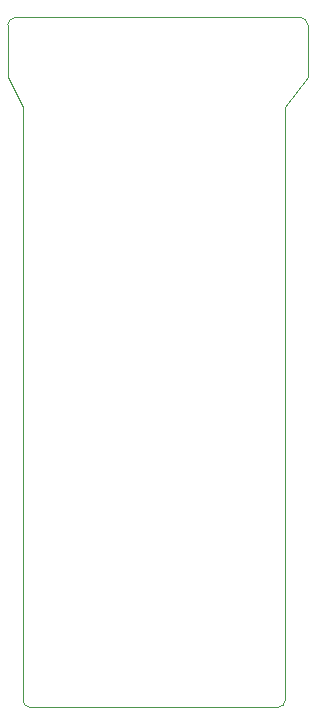
<source format=gm1>
%TF.GenerationSoftware,KiCad,Pcbnew,(5.1.8)-1*%
%TF.CreationDate,2021-03-10T03:30:20+01:00*%
%TF.ProjectId,C64 1541-II VIA Adapter,43363420-3135-4343-912d-494920564941,rev?*%
%TF.SameCoordinates,Original*%
%TF.FileFunction,Profile,NP*%
%FSLAX46Y46*%
G04 Gerber Fmt 4.6, Leading zero omitted, Abs format (unit mm)*
G04 Created by KiCad (PCBNEW (5.1.8)-1) date 2021-03-10 03:30:20*
%MOMM*%
%LPD*%
G01*
G04 APERTURE LIST*
%TA.AperFunction,Profile*%
%ADD10C,0.050000*%
%TD*%
G04 APERTURE END LIST*
D10*
X122555000Y-111125000D02*
G75*
G02*
X121920000Y-111760000I-635000J0D01*
G01*
X100965000Y-111760000D02*
G75*
G02*
X100330000Y-111125000I0J635000D01*
G01*
X123825000Y-53340000D02*
G75*
G02*
X124460000Y-53975000I0J-635000D01*
G01*
X99060000Y-53975000D02*
G75*
G02*
X99695000Y-53340000I635000J0D01*
G01*
X124460000Y-58420000D02*
X122555000Y-60960000D01*
X124460000Y-53975000D02*
X124460000Y-58420000D01*
X99695000Y-53340000D02*
X123825000Y-53340000D01*
X99060000Y-58420000D02*
X99060000Y-53975000D01*
X100330000Y-60960000D02*
X99060000Y-58420000D01*
X100330000Y-111125000D02*
X100330000Y-60960000D01*
X121920000Y-111760000D02*
X100965000Y-111760000D01*
X122555000Y-60960000D02*
X122555000Y-111125000D01*
M02*

</source>
